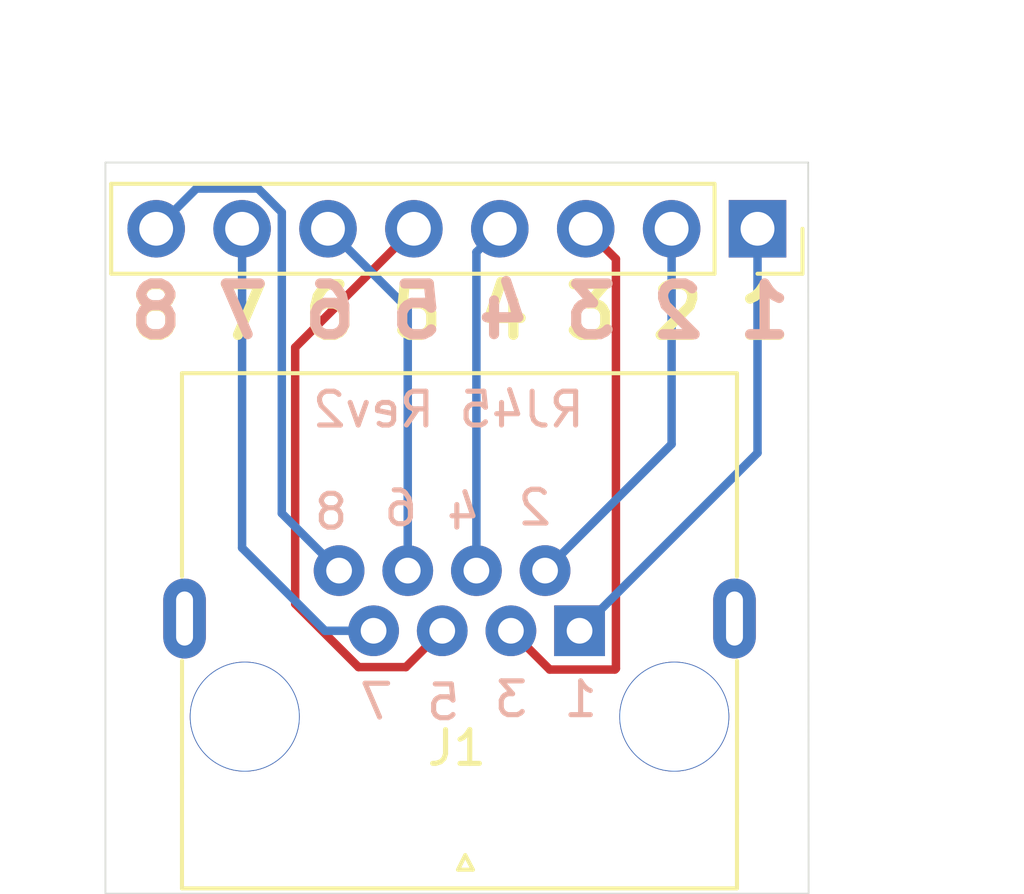
<source format=kicad_pcb>
(kicad_pcb (version 20211014) (generator pcbnew)
  (layers (0 "F.Cu" signal) (31 "B.Cu" signal) (34 "B.Paste" user) (35 "F.Paste" user) (36 "B.SilkS" user "B.Silkscreen") (37 "F.SilkS" user "F.Silkscreen") (38 "B.Mask" user) (39 "F.Mask" user) (44 "Edge.Cuts" user))
  (net 0 "")
  (net 1 "Net-(J1-Pad1)")
  (net 2 "Net-(J1-Pad2)")
  (net 3 "Net-(J1-Pad3)")
  (net 4 "Net-(J1-Pad4)")
  (net 5 "Net-(J1-Pad5)")
  (net 6 "Net-(J1-Pad6)")
  (net 7 "Net-(J1-Pad7)")
  (net 8 "Net-(J1-Pad8)")
  (footprint "Useful Modifications:RJ45_x08_Tab_Up" (layer "F.Cu") (at 150.6474 109.982)
    (fp_text reference "J1" (at 0.1524 -0.13208) (layer "F.SilkS"))
    (fp_text value "8P8C")
    (fp_line (start -7.97494 -11.21918) (end -7.97494 -5.207) (layer "F.SilkS") (width 0.12))
    (fp_line (start 0.40132 3.03784) (end 0.18796 3.46964) (layer "F.SilkS") (width 0.12))
    (fp_line (start -7.97306 -2.71018) (end -7.97494 4.02082) (layer "F.SilkS") (width 0.12))
    (fp_line (start -7.97494 4.02082) (end 8.43506 4.02082) (layer "F.SilkS") (width 0.12))
    (fp_line (start 0.62738 3.46964) (end 0.40132 3.03784) (layer "F.SilkS") (width 0.12))
    (fp_line (start 0.18796 3.46964) (end 0.62738 3.46964) (layer "F.SilkS") (width 0.12))
    (fp_line (start -7.97494 -11.21918) (end 8.43506 -11.21918) (layer "F.SilkS") (width 0.12))
    (fp_line (start 8.43506 -11.21918) (end 8.43506 -5.207) (layer "F.SilkS") (width 0.12))
    (fp_line (start 8.43694 -2.71018) (end 8.43506 4.02082) (layer "F.SilkS") (width 0.12))
    (pad "" np_thru_hole circle locked (at 6.58168 -1.05918 180) (size 3.25 3.25) (drill 3.200001) (layers *.Cu *.Mask))
    (pad "" np_thru_hole circle locked (at -6.11832 -1.05918 180) (size 3.25 3.25) (drill 3.2) (layers *.Cu *.Mask))
    (pad "1" thru_hole rect locked (at 3.78098 -3.59918) (size 1.5 1.5) (drill 0.76) (layers *.Cu *.Mask) (net 1 "Net-(J1-Pad1)"))
    (pad "2" thru_hole circle locked (at 2.76098 -5.37918) (size 1.5 1.5) (drill 0.76) (layers *.Cu *.Mask) (net 2 "Net-(J1-Pad2)"))
    (pad "3" thru_hole circle locked (at 1.75098 -3.59918) (size 1.5 1.5) (drill 0.76) (layers *.Cu *.Mask) (net 3 "Net-(J1-Pad3)"))
    (pad "4" thru_hole circle locked (at 0.73098 -5.37918) (size 1.5 1.5) (drill 0.76) (layers *.Cu *.Mask) (net 4 "Net-(J1-Pad4)"))
    (pad "5" thru_hole circle locked (at -0.27902 -3.59918) (size 1.5 1.5) (drill 0.76) (layers *.Cu *.Mask) (net 5 "Net-(J1-Pad5)"))
    (pad "6" thru_hole circle locked (at -1.29902 -5.37918) (size 1.5 1.5) (drill 0.76) (layers *.Cu *.Mask) (net 6 "Net-(J1-Pad6)"))
    (pad "7" thru_hole circle locked (at -2.30902 -3.59918) (size 1.5 1.5) (drill 0.76) (layers *.Cu *.Mask) (net 7 "Net-(J1-Pad7)"))
    (pad "8" thru_hole circle locked (at -3.32902 -5.37918) (size 1.5 1.5) (drill 0.76) (layers *.Cu *.Mask) (net 8 "Net-(J1-Pad8)"))
    (pad "9" thru_hole oval locked (at -7.89832 -3.96113 180) (size 1.259 2.362) (drill oval 0.5 1.6) (layers *.Cu *.Mask))
    (pad "10" thru_hole oval locked (at 8.36168 -3.96113 180) (size 1.259 2.362) (drill oval 0.5 1.6) (layers *.Cu *.Mask))
  )
  (footprint "Connector_PinSocket_2.54mm:PinSocket_1x08_P2.54mm_Vertical" (layer "F.Cu") (at 159.69 94.49 -90)
    (fp_text reference "J2" hide)
    (fp_text value "Conn_01x08_Male")
    (fp_line (start -1.33 1.27) (end -1.33 19.11) (layer "F.SilkS") (width 0.12))
    (fp_line (start -1.33 19.11) (end 1.33 19.11) (layer "F.SilkS") (width 0.12))
    (fp_line (start 0 -1.33) (end 1.33 -1.33) (layer "F.SilkS") (width 0.12))
    (fp_line (start 1.33 1.27) (end 1.33 19.11) (layer "F.SilkS") (width 0.12))
    (fp_line (start -1.33 1.27) (end 1.33 1.27) (layer "F.SilkS") (width 0.12))
    (fp_line (start 1.33 -1.33) (end 1.33 0) (layer "F.SilkS") (width 0.12))
    (pad "1" thru_hole rect (at 0 0 270) (size 1.7 1.7) (drill 1) (layers *.Cu *.Mask) (net 1 "Net-(J1-Pad1)"))
    (pad "2" thru_hole oval (at 0 2.54 270) (size 1.7 1.7) (drill 1) (layers *.Cu *.Mask) (net 2 "Net-(J1-Pad2)"))
    (pad "3" thru_hole oval (at 0 5.08 270) (size 1.7 1.7) (drill 1) (layers *.Cu *.Mask) (net 3 "Net-(J1-Pad3)"))
    (pad "4" thru_hole oval (at 0 7.62 270) (size 1.7 1.7) (drill 1) (layers *.Cu *.Mask) (net 4 "Net-(J1-Pad4)"))
    (pad "5" thru_hole oval (at 0 10.16 270) (size 1.7 1.7) (drill 1) (layers *.Cu *.Mask) (net 5 "Net-(J1-Pad5)"))
    (pad "6" thru_hole oval (at 0 12.7 270) (size 1.7 1.7) (drill 1) (layers *.Cu *.Mask) (net 6 "Net-(J1-Pad6)"))
    (pad "7" thru_hole oval (at 0 15.24 270) (size 1.7 1.7) (drill 1) (layers *.Cu *.Mask) (net 7 "Net-(J1-Pad7)"))
    (pad "8" thru_hole oval (at 0 17.78 270) (size 1.7 1.7) (drill 1) (layers *.Cu *.Mask) (net 8 "Net-(J1-Pad8)"))
  )
  (gr_line (start 161.19 92.53) (end 161.2 114.16) (layer "Edge.Cuts") (width 0.05))
  (gr_line (start 140.41 114.16) (end 140.41 92.53) (layer "Edge.Cuts") (width 0.05))
  (gr_line (start 161.2 114.16) (end 140.41 114.16) (layer "Edge.Cuts") (width 0.05))
  (gr_line (start 140.41 92.53) (end 161.19 92.53) (layer "Edge.Cuts") (width 0.05))
  (gr_text "4" (at 150.99 102.86) (layer "B.SilkS") (effects (font (size 1 1)) (justify mirror)))
  (gr_text "6" (at 149.14 102.76) (layer "B.SilkS") (effects (font (size 1 1)) (justify mirror)))
  (gr_text "7" (at 148.42 108.48) (layer "B.SilkS") (effects (font (size 1 1)) (justify mirror)))
  (gr_text "1 2 3 4 5 6 7 8" (at 150.9 96.93) (layer "B.SilkS") (effects (font (size 1.5 1.5) (thickness 0.3)) (justify mirror)))
  (gr_text "RJ45 Rev2" (at 150.55 99.84) (layer "B.SilkS") (effects (font (size 1 1)) (justify mirror)))
  (gr_text "3" (at 152.4 108.41) (layer "B.SilkS") (effects (font (size 1 1)) (justify mirror)))
  (gr_text "8" (at 147.08 102.86) (layer "B.SilkS") (effects (font (size 1 1)) (justify mirror)))
  (gr_text "1" (at 154.46 108.41) (layer "B.SilkS") (effects (font (size 1 1)) (justify mirror)))
  (gr_text "5" (at 150.4 108.5) (layer "B.SilkS") (effects (font (size 1 1)) (justify mirror)))
  (gr_text "2" (at 153.1 102.74) (layer "B.SilkS") (effects (font (size 1 1)) (justify mirror)))
  (gr_text "8 7 6 5 4 3 2 1" (at 150.9 96.95) (layer "F.SilkS") (effects (font (size 1.5 1.5) (thickness 0.3))))
  (segment (start 159.69 101.1212) (end 154.42838 106.38282) (width 0.25) (layer "B.Cu") (net 1))
  (segment (start 159.69 94.49) (end 159.69 101.1212) (width 0.25) (layer "B.Cu") (net 1))
  (segment (start 153.40838 104.60282) (end 157.15 100.8612) (width 0.25) (layer "B.Cu") (net 2))
  (segment (start 157.15 100.8612) (end 157.15 94.49) (width 0.25) (layer "B.Cu") (net 2))
  (segment (start 155.473233 107.53) (end 153.54556 107.53) (width 0.25) (layer "F.Cu") (net 3))
  (segment (start 153.54556 107.53) (end 152.39838 106.38282) (width 0.25) (layer "F.Cu") (net 3))
  (segment (start 155.50338 107.499853) (end 155.473233 107.53) (width 0.25) (layer "F.Cu") (net 3))
  (segment (start 155.50338 95.38338) (end 155.50338 107.499853) (width 0.25) (layer "F.Cu") (net 3))
  (segment (start 154.61 94.49) (end 155.50338 95.38338) (width 0.25) (layer "F.Cu") (net 3))
  (segment (start 151.37838 104.60282) (end 151.37838 95.18162) (width 0.25) (layer "B.Cu") (net 4))
  (segment (start 151.37838 95.18162) (end 152.07 94.49) (width 0.25) (layer "B.Cu") (net 4))
  (segment (start 147.8931 107.45782) (end 146.02 105.58472) (width 0.25) (layer "F.Cu") (net 5))
  (segment (start 146.02 105.58472) (end 146.02 98) (width 0.25) (layer "F.Cu") (net 5))
  (segment (start 146.02 98) (end 149.53 94.49) (width 0.25) (layer "F.Cu") (net 5))
  (segment (start 150.36838 106.38282) (end 149.29338 107.45782) (width 0.25) (layer "F.Cu") (net 5))
  (segment (start 149.29338 107.45782) (end 147.8931 107.45782) (width 0.25) (layer "F.Cu") (net 5))
  (segment (start 149.34838 104.60282) (end 149.34838 96.84838) (width 0.25) (layer "B.Cu") (net 6))
  (segment (start 149.34838 96.84838) (end 146.99 94.49) (width 0.25) (layer "B.Cu") (net 6))
  (segment (start 146.90282 106.38282) (end 144.45 103.93) (width 0.25) (layer "B.Cu") (net 7))
  (segment (start 144.45 103.93) (end 144.45 94.49) (width 0.25) (layer "B.Cu") (net 7))
  (segment (start 148.33838 106.38282) (end 146.90282 106.38282) (width 0.25) (layer "B.Cu") (net 7))
  (segment (start 145.625 94.003299) (end 144.921701 93.3) (width 0.25) (layer "B.Cu") (net 8))
  (segment (start 147.31838 104.60282) (end 145.625 102.90944) (width 0.25) (layer "B.Cu") (net 8))
  (segment (start 145.625 102.90944) (end 145.625 94.003299) (width 0.25) (layer "B.Cu") (net 8))
  (segment (start 144.921701 93.3) (end 143.1 93.3) (width 0.25) (layer "B.Cu") (net 8))
  (segment (start 143.1 93.3) (end 141.91 94.49) (width 0.25) (layer "B.Cu") (net 8))
)
</source>
